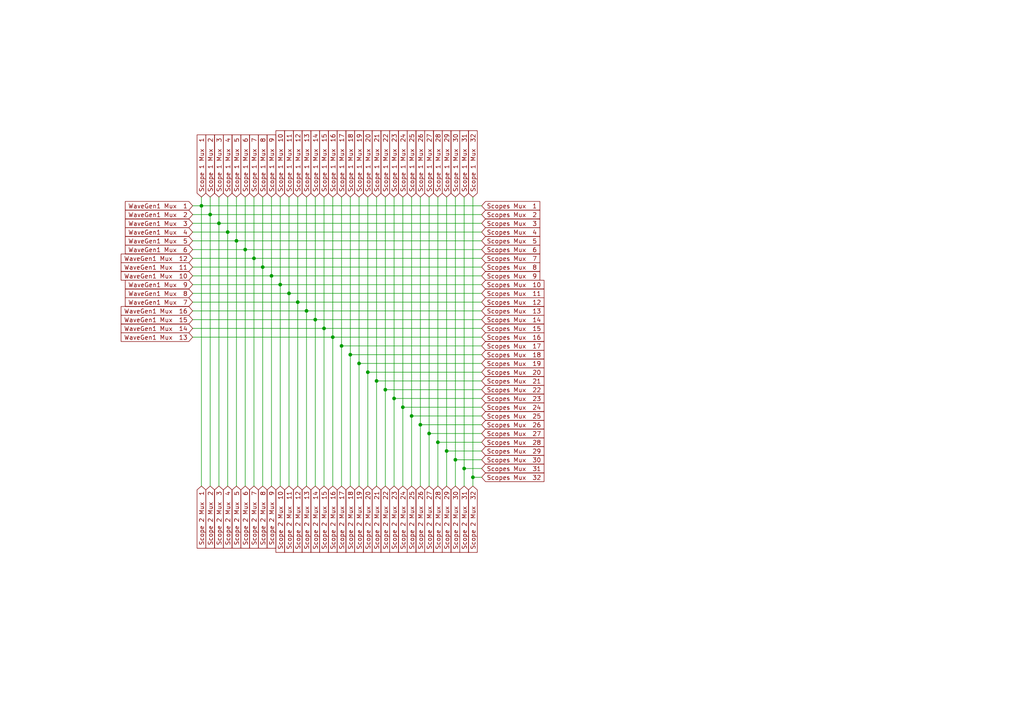
<source format=kicad_sch>
(kicad_sch
	(version 20250114)
	(generator "eeschema")
	(generator_version "9.0")
	(uuid "68d7dac2-f246-44dc-a2c8-8d69d4111fae")
	(paper "A4")
	(title_block
		(title "SCuM Observatory")
		(date "2025-03-21")
		(rev "2")
		(company "West Lab")
	)
	(lib_symbols)
	(junction
		(at 78.74 80.01)
		(diameter 0)
		(color 0 0 0 0)
		(uuid "09f61539-95f9-4c82-944c-47a71ef5d423")
	)
	(junction
		(at 93.98 95.25)
		(diameter 0)
		(color 0 0 0 0)
		(uuid "1a3c1553-fb87-4e5b-a019-6fe1668d3196")
	)
	(junction
		(at 119.38 120.65)
		(diameter 0)
		(color 0 0 0 0)
		(uuid "1c1a8ccf-fd63-4572-94ff-139c70e4e283")
	)
	(junction
		(at 127 128.27)
		(diameter 0)
		(color 0 0 0 0)
		(uuid "31f98710-8744-41b3-87b2-89ddd1811d93")
	)
	(junction
		(at 109.22 110.49)
		(diameter 0)
		(color 0 0 0 0)
		(uuid "3279e119-189e-4bb7-a239-4a1b657efffe")
	)
	(junction
		(at 132.08 133.35)
		(diameter 0)
		(color 0 0 0 0)
		(uuid "45622882-d0d2-4d44-a4b6-4fa2d73e9619")
	)
	(junction
		(at 91.44 92.71)
		(diameter 0)
		(color 0 0 0 0)
		(uuid "4ce35c83-c09c-4656-8831-f87e4ddf5389")
	)
	(junction
		(at 63.5 64.77)
		(diameter 0)
		(color 0 0 0 0)
		(uuid "5a01a34d-e8ab-4d9d-913c-df67f2841ac5")
	)
	(junction
		(at 129.54 130.81)
		(diameter 0)
		(color 0 0 0 0)
		(uuid "654b213b-94a9-4064-b522-2b56c4775236")
	)
	(junction
		(at 101.6 102.87)
		(diameter 0)
		(color 0 0 0 0)
		(uuid "7545072a-7b11-4ee0-b6f6-895a9eb78eb5")
	)
	(junction
		(at 71.12 72.39)
		(diameter 0)
		(color 0 0 0 0)
		(uuid "76368bd2-ea06-4762-b57b-e7f223caee51")
	)
	(junction
		(at 81.28 82.55)
		(diameter 0)
		(color 0 0 0 0)
		(uuid "77f23f99-de9c-427a-bcf0-eaa23a477adb")
	)
	(junction
		(at 68.58 69.85)
		(diameter 0)
		(color 0 0 0 0)
		(uuid "87d528cf-b07b-41d4-8d13-ffa6ce14266f")
	)
	(junction
		(at 73.66 74.93)
		(diameter 0)
		(color 0 0 0 0)
		(uuid "886d75ea-cb1a-4d41-b741-c7be5041ea73")
	)
	(junction
		(at 124.46 125.73)
		(diameter 0)
		(color 0 0 0 0)
		(uuid "97043169-d998-4317-9eac-92429db0c706")
	)
	(junction
		(at 83.82 85.09)
		(diameter 0)
		(color 0 0 0 0)
		(uuid "9c9f8189-0b13-4af7-b6ca-2f3671254d01")
	)
	(junction
		(at 58.42 59.69)
		(diameter 0)
		(color 0 0 0 0)
		(uuid "a60372da-f2b0-47d8-a389-0b144558d53b")
	)
	(junction
		(at 121.92 123.19)
		(diameter 0)
		(color 0 0 0 0)
		(uuid "a73a13d7-676a-4c8a-803a-2881d5089c46")
	)
	(junction
		(at 137.16 138.43)
		(diameter 0)
		(color 0 0 0 0)
		(uuid "a77d665a-041f-44dc-b812-7a5eb2300b68")
	)
	(junction
		(at 76.2 77.47)
		(diameter 0)
		(color 0 0 0 0)
		(uuid "a796dfa6-e48a-4c8e-a42d-eb8426b88585")
	)
	(junction
		(at 134.62 135.89)
		(diameter 0)
		(color 0 0 0 0)
		(uuid "af791a4f-312d-4dad-8189-24a3c563b192")
	)
	(junction
		(at 99.06 100.33)
		(diameter 0)
		(color 0 0 0 0)
		(uuid "b4b980fe-ba81-4a93-bb0f-aa4b4628937d")
	)
	(junction
		(at 104.14 105.41)
		(diameter 0)
		(color 0 0 0 0)
		(uuid "b7eb165a-c7f6-47f1-9198-13e40674b487")
	)
	(junction
		(at 60.96 62.23)
		(diameter 0)
		(color 0 0 0 0)
		(uuid "b86ef9d5-4dd4-4c5d-b572-2cccf663bea0")
	)
	(junction
		(at 86.36 87.63)
		(diameter 0)
		(color 0 0 0 0)
		(uuid "d25aacb0-7b6f-4e14-bb86-85b889c039f8")
	)
	(junction
		(at 96.52 97.79)
		(diameter 0)
		(color 0 0 0 0)
		(uuid "d7580782-5844-415d-9786-5fcff1892264")
	)
	(junction
		(at 106.68 107.95)
		(diameter 0)
		(color 0 0 0 0)
		(uuid "e4e952a9-a410-4a16-8ddb-6a830cededba")
	)
	(junction
		(at 111.76 113.03)
		(diameter 0)
		(color 0 0 0 0)
		(uuid "e8f35afe-3ae4-4bae-9fe1-b31e59e5ba20")
	)
	(junction
		(at 66.04 67.31)
		(diameter 0)
		(color 0 0 0 0)
		(uuid "ec88a05b-963a-4764-919a-8dea875c3258")
	)
	(junction
		(at 114.3 115.57)
		(diameter 0)
		(color 0 0 0 0)
		(uuid "edb73d55-19f9-4daa-9294-ea7b14069013")
	)
	(junction
		(at 88.9 90.17)
		(diameter 0)
		(color 0 0 0 0)
		(uuid "eeaf3ea7-d0cb-417e-8500-c79be5eb8ca8")
	)
	(junction
		(at 116.84 118.11)
		(diameter 0)
		(color 0 0 0 0)
		(uuid "ff353137-3606-484c-a6ce-b648e96b0daa")
	)
	(wire
		(pts
			(xy 101.6 102.87) (xy 139.7 102.87)
		)
		(stroke
			(width 0)
			(type default)
		)
		(uuid "01c2b896-9aa6-40ef-80a9-6cf9ea5ba1e2")
	)
	(wire
		(pts
			(xy 76.2 140.97) (xy 76.2 77.47)
		)
		(stroke
			(width 0)
			(type default)
		)
		(uuid "024ad095-ee37-40c2-aefb-545565644182")
	)
	(wire
		(pts
			(xy 132.08 133.35) (xy 132.08 57.15)
		)
		(stroke
			(width 0)
			(type default)
		)
		(uuid "059d6c32-9936-4457-8341-e2fe1527d86c")
	)
	(wire
		(pts
			(xy 55.88 87.63) (xy 86.36 87.63)
		)
		(stroke
			(width 0)
			(type default)
		)
		(uuid "0712b43b-e4ac-4c06-b9a6-6e12a9cbf5be")
	)
	(wire
		(pts
			(xy 55.88 72.39) (xy 71.12 72.39)
		)
		(stroke
			(width 0)
			(type default)
		)
		(uuid "091bda38-37f2-4494-9e56-7548b1dc4a11")
	)
	(wire
		(pts
			(xy 91.44 92.71) (xy 139.7 92.71)
		)
		(stroke
			(width 0)
			(type default)
		)
		(uuid "0bb61233-ef51-425b-b955-23d5c0bed83f")
	)
	(wire
		(pts
			(xy 55.88 80.01) (xy 78.74 80.01)
		)
		(stroke
			(width 0)
			(type default)
		)
		(uuid "0e3db959-5697-4670-aca5-9a1122497533")
	)
	(wire
		(pts
			(xy 93.98 95.25) (xy 93.98 57.15)
		)
		(stroke
			(width 0)
			(type default)
		)
		(uuid "13b444b7-bbd1-4d36-9875-4430aa8539b9")
	)
	(wire
		(pts
			(xy 96.52 97.79) (xy 96.52 57.15)
		)
		(stroke
			(width 0)
			(type default)
		)
		(uuid "151fc9f9-5978-4341-8a90-1c9cc7f471f9")
	)
	(wire
		(pts
			(xy 119.38 120.65) (xy 119.38 57.15)
		)
		(stroke
			(width 0)
			(type default)
		)
		(uuid "17cff609-63f1-4f70-9f42-29a1c43695a3")
	)
	(wire
		(pts
			(xy 132.08 133.35) (xy 132.08 140.97)
		)
		(stroke
			(width 0)
			(type default)
		)
		(uuid "1884d32d-e817-491e-b6d4-32a731a9e235")
	)
	(wire
		(pts
			(xy 55.88 82.55) (xy 81.28 82.55)
		)
		(stroke
			(width 0)
			(type default)
		)
		(uuid "1aba932d-9072-455f-8496-3f7713b40dfc")
	)
	(wire
		(pts
			(xy 106.68 107.95) (xy 139.7 107.95)
		)
		(stroke
			(width 0)
			(type default)
		)
		(uuid "1bda1e6f-0aef-44af-b947-40a80fbece74")
	)
	(wire
		(pts
			(xy 78.74 80.01) (xy 78.74 140.97)
		)
		(stroke
			(width 0)
			(type default)
		)
		(uuid "1e8e37f4-11bd-45ea-ab7e-aa4e269242f1")
	)
	(wire
		(pts
			(xy 55.88 64.77) (xy 63.5 64.77)
		)
		(stroke
			(width 0)
			(type default)
		)
		(uuid "20708f4e-345c-4d22-bd2e-d47f0659beaf")
	)
	(wire
		(pts
			(xy 129.54 130.81) (xy 129.54 140.97)
		)
		(stroke
			(width 0)
			(type default)
		)
		(uuid "20d51760-604f-4b4a-8141-230e70459848")
	)
	(wire
		(pts
			(xy 134.62 135.89) (xy 139.7 135.89)
		)
		(stroke
			(width 0)
			(type default)
		)
		(uuid "23e618d0-bcdf-463e-ad97-85685fafa1b8")
	)
	(wire
		(pts
			(xy 93.98 95.25) (xy 139.7 95.25)
		)
		(stroke
			(width 0)
			(type default)
		)
		(uuid "2b8ea292-8325-4b47-a6ae-7c847895c6a2")
	)
	(wire
		(pts
			(xy 73.66 74.93) (xy 139.7 74.93)
		)
		(stroke
			(width 0)
			(type default)
		)
		(uuid "2c46a438-d4ca-4730-ab72-127805f2ca6a")
	)
	(wire
		(pts
			(xy 109.22 110.49) (xy 109.22 140.97)
		)
		(stroke
			(width 0)
			(type default)
		)
		(uuid "2c84a689-9fdb-4602-8311-2fd5e384e363")
	)
	(wire
		(pts
			(xy 83.82 85.09) (xy 83.82 140.97)
		)
		(stroke
			(width 0)
			(type default)
		)
		(uuid "2ee7c4d9-51e2-4649-96a5-a666fb2ae553")
	)
	(wire
		(pts
			(xy 114.3 115.57) (xy 139.7 115.57)
		)
		(stroke
			(width 0)
			(type default)
		)
		(uuid "2f1e733a-6582-4c5c-a568-d6c3e0659b88")
	)
	(wire
		(pts
			(xy 55.88 69.85) (xy 68.58 69.85)
		)
		(stroke
			(width 0)
			(type default)
		)
		(uuid "2fc8054d-848e-4615-a571-560812724697")
	)
	(wire
		(pts
			(xy 63.5 64.77) (xy 139.7 64.77)
		)
		(stroke
			(width 0)
			(type default)
		)
		(uuid "30578df7-fa26-4a16-b4c7-60f9060fa67c")
	)
	(wire
		(pts
			(xy 55.88 90.17) (xy 88.9 90.17)
		)
		(stroke
			(width 0)
			(type default)
		)
		(uuid "30ad3862-bacf-4861-96d9-d7504d0fa35f")
	)
	(wire
		(pts
			(xy 104.14 105.41) (xy 139.7 105.41)
		)
		(stroke
			(width 0)
			(type default)
		)
		(uuid "366d3f27-4c9e-42af-ab3c-096380994fc4")
	)
	(wire
		(pts
			(xy 71.12 72.39) (xy 71.12 140.97)
		)
		(stroke
			(width 0)
			(type default)
		)
		(uuid "38e1c616-4def-45af-99fd-325df8f6c677")
	)
	(wire
		(pts
			(xy 109.22 110.49) (xy 139.7 110.49)
		)
		(stroke
			(width 0)
			(type default)
		)
		(uuid "39c7272d-de34-4c79-8b2d-97796b1d6ca2")
	)
	(wire
		(pts
			(xy 96.52 97.79) (xy 139.7 97.79)
		)
		(stroke
			(width 0)
			(type default)
		)
		(uuid "3c5e47db-88af-47a5-804b-ea5fc0d12dc9")
	)
	(wire
		(pts
			(xy 58.42 59.69) (xy 139.7 59.69)
		)
		(stroke
			(width 0)
			(type default)
		)
		(uuid "3dfae116-37c0-4444-930f-6b32cded82d8")
	)
	(wire
		(pts
			(xy 58.42 59.69) (xy 58.42 140.97)
		)
		(stroke
			(width 0)
			(type default)
		)
		(uuid "3e036365-28c7-4b59-b4dc-4bea777abfcc")
	)
	(wire
		(pts
			(xy 114.3 115.57) (xy 114.3 140.97)
		)
		(stroke
			(width 0)
			(type default)
		)
		(uuid "401c754e-4224-4aa9-9350-915ee4ae9152")
	)
	(wire
		(pts
			(xy 73.66 74.93) (xy 73.66 57.15)
		)
		(stroke
			(width 0)
			(type default)
		)
		(uuid "41fd38a2-edab-4e41-8cd1-bcd9a7758756")
	)
	(wire
		(pts
			(xy 119.38 120.65) (xy 119.38 140.97)
		)
		(stroke
			(width 0)
			(type default)
		)
		(uuid "4459ef91-e95a-45d5-b080-2186f59c5d11")
	)
	(wire
		(pts
			(xy 132.08 133.35) (xy 139.7 133.35)
		)
		(stroke
			(width 0)
			(type default)
		)
		(uuid "4af37541-2a54-41df-af95-099995f48042")
	)
	(wire
		(pts
			(xy 58.42 57.15) (xy 58.42 59.69)
		)
		(stroke
			(width 0)
			(type default)
		)
		(uuid "522f6084-04cb-4f2d-81f7-983d2ed557ed")
	)
	(wire
		(pts
			(xy 101.6 57.15) (xy 101.6 102.87)
		)
		(stroke
			(width 0)
			(type default)
		)
		(uuid "523630b1-3d73-4fc0-a055-d92acfd33303")
	)
	(wire
		(pts
			(xy 76.2 77.47) (xy 76.2 57.15)
		)
		(stroke
			(width 0)
			(type default)
		)
		(uuid "526fba01-c35a-40d2-8b72-6ea07e34d7cf")
	)
	(wire
		(pts
			(xy 111.76 113.03) (xy 139.7 113.03)
		)
		(stroke
			(width 0)
			(type default)
		)
		(uuid "556b3cb2-5a31-4c0a-91a4-e2488c066f65")
	)
	(wire
		(pts
			(xy 63.5 64.77) (xy 63.5 140.97)
		)
		(stroke
			(width 0)
			(type default)
		)
		(uuid "5698d37d-c419-4dd7-b9bb-6da8b20edf72")
	)
	(wire
		(pts
			(xy 55.88 74.93) (xy 73.66 74.93)
		)
		(stroke
			(width 0)
			(type default)
		)
		(uuid "569bdd3a-f49b-4cf7-8643-9cac4c1b4153")
	)
	(wire
		(pts
			(xy 55.88 92.71) (xy 91.44 92.71)
		)
		(stroke
			(width 0)
			(type default)
		)
		(uuid "5722bd68-305e-4279-834a-c4788f43df8b")
	)
	(wire
		(pts
			(xy 99.06 100.33) (xy 139.7 100.33)
		)
		(stroke
			(width 0)
			(type default)
		)
		(uuid "59e3010d-212c-4810-9e0e-5dde1926fc09")
	)
	(wire
		(pts
			(xy 127 128.27) (xy 139.7 128.27)
		)
		(stroke
			(width 0)
			(type default)
		)
		(uuid "59f68b9d-373d-4765-8292-e20da80cb291")
	)
	(wire
		(pts
			(xy 55.88 95.25) (xy 93.98 95.25)
		)
		(stroke
			(width 0)
			(type default)
		)
		(uuid "5bc04564-4c12-4caa-aad8-ffa062d0afef")
	)
	(wire
		(pts
			(xy 88.9 90.17) (xy 139.7 90.17)
		)
		(stroke
			(width 0)
			(type default)
		)
		(uuid "5da8664d-7e4b-41b1-b45e-5b2116d764db")
	)
	(wire
		(pts
			(xy 88.9 90.17) (xy 88.9 57.15)
		)
		(stroke
			(width 0)
			(type default)
		)
		(uuid "5e2671c0-65d5-45a6-89b6-a4d01b1bce1b")
	)
	(wire
		(pts
			(xy 63.5 64.77) (xy 63.5 57.15)
		)
		(stroke
			(width 0)
			(type default)
		)
		(uuid "680123e2-23f2-4f31-a1ef-83d24d496a92")
	)
	(wire
		(pts
			(xy 83.82 85.09) (xy 139.7 85.09)
		)
		(stroke
			(width 0)
			(type default)
		)
		(uuid "6bcd157d-8328-490e-b247-bd25a7506770")
	)
	(wire
		(pts
			(xy 121.92 123.19) (xy 121.92 140.97)
		)
		(stroke
			(width 0)
			(type default)
		)
		(uuid "6c2c6754-b51e-49a6-bb8d-529bd60b58fe")
	)
	(wire
		(pts
			(xy 66.04 67.31) (xy 66.04 57.15)
		)
		(stroke
			(width 0)
			(type default)
		)
		(uuid "6d00daf3-70f8-47f4-9a07-7b968f7fe8c1")
	)
	(wire
		(pts
			(xy 55.88 59.69) (xy 58.42 59.69)
		)
		(stroke
			(width 0)
			(type default)
		)
		(uuid "6ddbfc7b-805b-4ba1-9b4d-3acbad121225")
	)
	(wire
		(pts
			(xy 109.22 110.49) (xy 109.22 57.15)
		)
		(stroke
			(width 0)
			(type default)
		)
		(uuid "6ee51ce6-6a5f-4227-9e49-ccfd2830589c")
	)
	(wire
		(pts
			(xy 88.9 90.17) (xy 88.9 140.97)
		)
		(stroke
			(width 0)
			(type default)
		)
		(uuid "7109cfa3-7286-4969-a43c-7df63137ad4f")
	)
	(wire
		(pts
			(xy 134.62 135.89) (xy 134.62 57.15)
		)
		(stroke
			(width 0)
			(type default)
		)
		(uuid "72fc0ce7-678c-4886-9428-1d3317158ac7")
	)
	(wire
		(pts
			(xy 114.3 115.57) (xy 114.3 57.15)
		)
		(stroke
			(width 0)
			(type default)
		)
		(uuid "74344202-2882-42f5-9f3b-566be05f3683")
	)
	(wire
		(pts
			(xy 137.16 138.43) (xy 137.16 140.97)
		)
		(stroke
			(width 0)
			(type default)
		)
		(uuid "7515a3ce-1815-46b8-8bc2-b93b5538f45d")
	)
	(wire
		(pts
			(xy 111.76 113.03) (xy 111.76 140.97)
		)
		(stroke
			(width 0)
			(type default)
		)
		(uuid "7960e3a9-413d-4b1a-a193-5fb091a3a97a")
	)
	(wire
		(pts
			(xy 78.74 80.01) (xy 139.7 80.01)
		)
		(stroke
			(width 0)
			(type default)
		)
		(uuid "7be72fbf-5d65-47ea-abca-888973fa9bb5")
	)
	(wire
		(pts
			(xy 91.44 92.71) (xy 91.44 57.15)
		)
		(stroke
			(width 0)
			(type default)
		)
		(uuid "7d06436b-88e8-4298-aadc-e6e73662f842")
	)
	(wire
		(pts
			(xy 116.84 118.11) (xy 116.84 140.97)
		)
		(stroke
			(width 0)
			(type default)
		)
		(uuid "7df867dd-cb74-4b27-901b-34652ae9022f")
	)
	(wire
		(pts
			(xy 86.36 87.63) (xy 86.36 140.97)
		)
		(stroke
			(width 0)
			(type default)
		)
		(uuid "806dfe49-f6cd-4e4d-bd75-662c19c580a9")
	)
	(wire
		(pts
			(xy 104.14 105.41) (xy 104.14 140.97)
		)
		(stroke
			(width 0)
			(type default)
		)
		(uuid "84255de7-d361-49e7-b4aa-44b338a2d1f0")
	)
	(wire
		(pts
			(xy 127 128.27) (xy 127 57.15)
		)
		(stroke
			(width 0)
			(type default)
		)
		(uuid "864d4ed1-ab9f-4b83-9969-577076ea424a")
	)
	(wire
		(pts
			(xy 60.96 62.23) (xy 60.96 57.15)
		)
		(stroke
			(width 0)
			(type default)
		)
		(uuid "86d91b94-fb13-405a-a22f-299c6c89318d")
	)
	(wire
		(pts
			(xy 81.28 82.55) (xy 81.28 140.97)
		)
		(stroke
			(width 0)
			(type default)
		)
		(uuid "894c813f-7abd-4026-85dc-2d38784172c0")
	)
	(wire
		(pts
			(xy 81.28 82.55) (xy 139.7 82.55)
		)
		(stroke
			(width 0)
			(type default)
		)
		(uuid "8a4686c6-7287-4e43-b97c-8ee04eff5ed9")
	)
	(wire
		(pts
			(xy 116.84 118.11) (xy 116.84 57.15)
		)
		(stroke
			(width 0)
			(type default)
		)
		(uuid "94ad82cf-ed80-42f7-921f-2c51de3620aa")
	)
	(wire
		(pts
			(xy 66.04 67.31) (xy 66.04 140.97)
		)
		(stroke
			(width 0)
			(type default)
		)
		(uuid "95d72c36-3a91-469a-8eb8-46cc34f42a8e")
	)
	(wire
		(pts
			(xy 93.98 95.25) (xy 93.98 140.97)
		)
		(stroke
			(width 0)
			(type default)
		)
		(uuid "961578bc-4a49-477d-a749-055115be86fa")
	)
	(wire
		(pts
			(xy 129.54 130.81) (xy 129.54 57.15)
		)
		(stroke
			(width 0)
			(type default)
		)
		(uuid "9ab733fb-e78d-4ba6-a671-9e82c8c629e1")
	)
	(wire
		(pts
			(xy 71.12 72.39) (xy 71.12 57.15)
		)
		(stroke
			(width 0)
			(type default)
		)
		(uuid "9f486b70-c003-41ec-a93d-d4b87f7fb394")
	)
	(wire
		(pts
			(xy 129.54 130.81) (xy 139.7 130.81)
		)
		(stroke
			(width 0)
			(type default)
		)
		(uuid "a308b878-56dc-4769-b483-d2df79800ce5")
	)
	(wire
		(pts
			(xy 60.96 62.23) (xy 60.96 140.97)
		)
		(stroke
			(width 0)
			(type default)
		)
		(uuid "a80e5249-4bd1-4a0e-a324-74564f3f306a")
	)
	(wire
		(pts
			(xy 83.82 85.09) (xy 83.82 57.15)
		)
		(stroke
			(width 0)
			(type default)
		)
		(uuid "ac55c821-6643-42d0-ba25-16f091df08c2")
	)
	(wire
		(pts
			(xy 68.58 69.85) (xy 68.58 140.97)
		)
		(stroke
			(width 0)
			(type default)
		)
		(uuid "b84b4a76-2cbb-4ce3-9091-e15b85a86e72")
	)
	(wire
		(pts
			(xy 68.58 69.85) (xy 68.58 57.15)
		)
		(stroke
			(width 0)
			(type default)
		)
		(uuid "bc2cc4d6-6491-4e5b-b731-b1f6866e09f4")
	)
	(wire
		(pts
			(xy 68.58 69.85) (xy 139.7 69.85)
		)
		(stroke
			(width 0)
			(type default)
		)
		(uuid "bd05a98f-c88e-486a-bd23-b5e35fb41c96")
	)
	(wire
		(pts
			(xy 55.88 85.09) (xy 83.82 85.09)
		)
		(stroke
			(width 0)
			(type default)
		)
		(uuid "bd891518-507a-424e-9f7f-070d0ec1515d")
	)
	(wire
		(pts
			(xy 86.36 87.63) (xy 139.7 87.63)
		)
		(stroke
			(width 0)
			(type default)
		)
		(uuid "be9d51ee-9499-499b-b285-9521d8071346")
	)
	(wire
		(pts
			(xy 81.28 82.55) (xy 81.28 57.15)
		)
		(stroke
			(width 0)
			(type default)
		)
		(uuid "c4839bcc-0d24-4ba4-bb30-a8e861b08e06")
	)
	(wire
		(pts
			(xy 121.92 123.19) (xy 139.7 123.19)
		)
		(stroke
			(width 0)
			(type default)
		)
		(uuid "c6ac13f8-5f3b-4441-b8a6-6fc5261a6b73")
	)
	(wire
		(pts
			(xy 124.46 125.73) (xy 139.7 125.73)
		)
		(stroke
			(width 0)
			(type default)
		)
		(uuid "c70bfd72-441e-4527-bdff-05ebcacf86db")
	)
	(wire
		(pts
			(xy 86.36 87.63) (xy 86.36 57.15)
		)
		(stroke
			(width 0)
			(type default)
		)
		(uuid "c83c6bf3-7c3f-431c-b374-0fd0cd1344dc")
	)
	(wire
		(pts
			(xy 121.92 123.19) (xy 121.92 57.15)
		)
		(stroke
			(width 0)
			(type default)
		)
		(uuid "c854bc58-6b74-4a46-882c-1ab7b1e398d3")
	)
	(wire
		(pts
			(xy 99.06 100.33) (xy 99.06 57.15)
		)
		(stroke
			(width 0)
			(type default)
		)
		(uuid "c8d4809a-6755-4b90-943c-42ba8412d0ac")
	)
	(wire
		(pts
			(xy 106.68 107.95) (xy 106.68 140.97)
		)
		(stroke
			(width 0)
			(type default)
		)
		(uuid "ca0136bb-41dc-495b-90bc-efc1117a8ae5")
	)
	(wire
		(pts
			(xy 124.46 125.73) (xy 124.46 57.15)
		)
		(stroke
			(width 0)
			(type default)
		)
		(uuid "cb753b85-31da-4d54-8352-cfc9672b00db")
	)
	(wire
		(pts
			(xy 119.38 120.65) (xy 139.7 120.65)
		)
		(stroke
			(width 0)
			(type default)
		)
		(uuid "cc699491-2e43-4476-8ab4-918259987d70")
	)
	(wire
		(pts
			(xy 55.88 62.23) (xy 60.96 62.23)
		)
		(stroke
			(width 0)
			(type default)
		)
		(uuid "cfac9250-0c1b-4237-9e30-bd2bbd9f8834")
	)
	(wire
		(pts
			(xy 104.14 105.41) (xy 104.14 57.15)
		)
		(stroke
			(width 0)
			(type default)
		)
		(uuid "d2bff74e-7b5e-46e4-8ab6-aafaaeab6cbf")
	)
	(wire
		(pts
			(xy 137.16 138.43) (xy 137.16 57.15)
		)
		(stroke
			(width 0)
			(type default)
		)
		(uuid "d53b1648-56ee-4039-a19c-24818b81935e")
	)
	(wire
		(pts
			(xy 78.74 80.01) (xy 78.74 57.15)
		)
		(stroke
			(width 0)
			(type default)
		)
		(uuid "d59632de-8d90-4fd4-8e0b-c64315cfcb8b")
	)
	(wire
		(pts
			(xy 66.04 67.31) (xy 139.7 67.31)
		)
		(stroke
			(width 0)
			(type default)
		)
		(uuid "d891c5e1-9ffb-4c6a-98c6-64c2852e7fde")
	)
	(wire
		(pts
			(xy 101.6 102.87) (xy 101.6 140.97)
		)
		(stroke
			(width 0)
			(type default)
		)
		(uuid "d89250e5-a09e-428b-a32f-5e3216ff44ff")
	)
	(wire
		(pts
			(xy 55.88 97.79) (xy 96.52 97.79)
		)
		(stroke
			(width 0)
			(type default)
		)
		(uuid "d8c658aa-87c6-465c-9451-f3ce71b15209")
	)
	(wire
		(pts
			(xy 76.2 77.47) (xy 139.7 77.47)
		)
		(stroke
			(width 0)
			(type default)
		)
		(uuid "d8dd0e8e-80b9-4108-b55b-6456273b906c")
	)
	(wire
		(pts
			(xy 137.16 138.43) (xy 139.7 138.43)
		)
		(stroke
			(width 0)
			(type default)
		)
		(uuid "daeefa7b-fdbe-437d-a47d-ed0fdd239f47")
	)
	(wire
		(pts
			(xy 73.66 74.93) (xy 73.66 140.97)
		)
		(stroke
			(width 0)
			(type default)
		)
		(uuid "dec65baa-b966-4fa9-a48c-1f63b70f48c8")
	)
	(wire
		(pts
			(xy 71.12 72.39) (xy 139.7 72.39)
		)
		(stroke
			(width 0)
			(type default)
		)
		(uuid "dfc21661-ae4c-4c92-a58e-c7eb5431d840")
	)
	(wire
		(pts
			(xy 60.96 62.23) (xy 139.7 62.23)
		)
		(stroke
			(width 0)
			(type default)
		)
		(uuid "e0766172-980a-4a38-8ab7-dbba787ead58")
	)
	(wire
		(pts
			(xy 111.76 113.03) (xy 111.76 57.15)
		)
		(stroke
			(width 0)
			(type default)
		)
		(uuid "ea438609-a36b-456e-9185-61934523882b")
	)
	(wire
		(pts
			(xy 134.62 135.89) (xy 134.62 140.97)
		)
		(stroke
			(width 0)
			(type default)
		)
		(uuid "eb159514-4a42-40b7-885d-ebb106a39594")
	)
	(wire
		(pts
			(xy 116.84 118.11) (xy 139.7 118.11)
		)
		(stroke
			(width 0)
			(type default)
		)
		(uuid "ec3afc82-b4d2-440c-8449-fbe0cc81f942")
	)
	(wire
		(pts
			(xy 106.68 107.95) (xy 106.68 57.15)
		)
		(stroke
			(width 0)
			(type default)
		)
		(uuid "ec77da9e-6983-4b17-987f-e0708109f1c9")
	)
	(wire
		(pts
			(xy 55.88 67.31) (xy 66.04 67.31)
		)
		(stroke
			(width 0)
			(type default)
		)
		(uuid "f79aa0c1-286a-4cb9-87a5-531bf5e6d656")
	)
	(wire
		(pts
			(xy 91.44 140.97) (xy 91.44 92.71)
		)
		(stroke
			(width 0)
			(type default)
		)
		(uuid "f7bd7433-2552-43b1-9b4c-c552ac6574bb")
	)
	(wire
		(pts
			(xy 99.06 100.33) (xy 99.06 140.97)
		)
		(stroke
			(width 0)
			(type default)
		)
		(uuid "fa8f2fb3-8051-488f-98d8-15159a94592f")
	)
	(wire
		(pts
			(xy 124.46 140.97) (xy 124.46 125.73)
		)
		(stroke
			(width 0)
			(type default)
		)
		(uuid "feaad2ba-a4c9-43f6-81cf-5c8cee402f42")
	)
	(wire
		(pts
			(xy 55.88 77.47) (xy 76.2 77.47)
		)
		(stroke
			(width 0)
			(type default)
		)
		(uuid "ff4b2b52-48a1-494f-b2e5-4f9b148ae66c")
	)
	(wire
		(pts
			(xy 127 128.27) (xy 127 140.97)
		)
		(stroke
			(width 0)
			(type default)
		)
		(uuid "ffa73c32-c94c-449e-a202-a99ad92406d7")
	)
	(wire
		(pts
			(xy 96.52 97.79) (xy 96.52 140.97)
		)
		(stroke
			(width 0)
			(type default)
		)
		(uuid "fffcdad1-497c-4bef-9067-01580030d247")
	)
	(global_label "Scope 1 Mux  14"
		(shape input)
		(at 91.44 57.15 90)
		(fields_autoplaced yes)
		(effects
			(font
				(size 1.27 1.27)
			)
			(justify left)
		)
		(uuid "00b2d9a1-8688-40cf-ab81-a5178971c118")
		(property "Intersheetrefs" "${INTERSHEET_REFS}"
			(at 91.44 37.3527 90)
			(effects
				(font
					(size 1.27 1.27)
				)
				(justify left)
				(hide yes)
			)
		)
	)
	(global_label "Scope 1 Mux  15"
		(shape input)
		(at 93.98 57.15 90)
		(fields_autoplaced yes)
		(effects
			(font
				(size 1.27 1.27)
			)
			(justify left)
		)
		(uuid "01d0ff02-0a3e-465a-89ba-97eb83520b7c")
		(property "Intersheetrefs" "${INTERSHEET_REFS}"
			(at 93.98 37.3527 90)
			(effects
				(font
					(size 1.27 1.27)
				)
				(justify left)
				(hide yes)
			)
		)
	)
	(global_label "Scopes Mux  27"
		(shape input)
		(at 139.7 125.73 0)
		(fields_autoplaced yes)
		(effects
			(font
				(size 1.27 1.27)
			)
			(justify left)
		)
		(uuid "03027259-8154-4e72-a05e-a326fbc75d62")
		(property "Intersheetrefs" "${INTERSHEET_REFS}"
			(at 158.3483 125.73 0)
			(effects
				(font
					(size 1.27 1.27)
				)
				(justify left)
				(hide yes)
			)
		)
	)
	(global_label "Scopes Mux  10"
		(shape input)
		(at 139.7 82.55 0)
		(fields_autoplaced yes)
		(effects
			(font
				(size 1.27 1.27)
			)
			(justify left)
		)
		(uuid "039be61e-de0c-4424-8020-b6f675218d90")
		(property "Intersheetrefs" "${INTERSHEET_REFS}"
			(at 158.3483 82.55 0)
			(effects
				(font
					(size 1.27 1.27)
				)
				(justify left)
				(hide yes)
			)
		)
	)
	(global_label "WaveGen1 Mux  7"
		(shape input)
		(at 55.88 87.63 180)
		(fields_autoplaced yes)
		(effects
			(font
				(size 1.27 1.27)
			)
			(justify right)
		)
		(uuid "04ce9d5e-d8a3-4fe5-9386-26bf379aa79e")
		(property "Intersheetrefs" "${INTERSHEET_REFS}"
			(at 35.7803 87.63 0)
			(effects
				(font
					(size 1.27 1.27)
				)
				(justify right)
				(hide yes)
			)
		)
	)
	(global_label "Scope 2 Mux  12"
		(shape input)
		(at 86.36 140.97 270)
		(fields_autoplaced yes)
		(effects
			(font
				(size 1.27 1.27)
			)
			(justify right)
		)
		(uuid "07432e60-039e-43dd-a089-392b98d672b9")
		(property "Intersheetrefs" "${INTERSHEET_REFS}"
			(at 86.36 160.7673 90)
			(effects
				(font
					(size 1.27 1.27)
				)
				(justify right)
				(hide yes)
			)
		)
	)
	(global_label "Scope 2 Mux  31"
		(shape input)
		(at 134.62 140.97 270)
		(fields_autoplaced yes)
		(effects
			(font
				(size 1.27 1.27)
			)
			(justify right)
		)
		(uuid "09153fa3-952e-482b-8b91-492567ccdf33")
		(property "Intersheetrefs" "${INTERSHEET_REFS}"
			(at 134.62 160.7673 90)
			(effects
				(font
					(size 1.27 1.27)
				)
				(justify right)
				(hide yes)
			)
		)
	)
	(global_label "WaveGen1 Mux  12"
		(shape input)
		(at 55.88 74.93 180)
		(fields_autoplaced yes)
		(effects
			(font
				(size 1.27 1.27)
			)
			(justify right)
		)
		(uuid "0c4e8784-8b50-4025-b9ed-572d692e031c")
		(property "Intersheetrefs" "${INTERSHEET_REFS}"
			(at 34.5708 74.93 0)
			(effects
				(font
					(size 1.27 1.27)
				)
				(justify right)
				(hide yes)
			)
		)
	)
	(global_label "Scope 2 Mux  5"
		(shape input)
		(at 68.58 140.97 270)
		(fields_autoplaced yes)
		(effects
			(font
				(size 1.27 1.27)
			)
			(justify right)
		)
		(uuid "0cab3ff8-237f-4d57-8814-0e9a4048ab90")
		(property "Intersheetrefs" "${INTERSHEET_REFS}"
			(at 68.58 159.5578 90)
			(effects
				(font
					(size 1.27 1.27)
				)
				(justify right)
				(hide yes)
			)
		)
	)
	(global_label "WaveGen1 Mux  9"
		(shape input)
		(at 55.88 82.55 180)
		(fields_autoplaced yes)
		(effects
			(font
				(size 1.27 1.27)
			)
			(justify right)
		)
		(uuid "1284be41-969e-4e1b-829e-ee984d9c18f9")
		(property "Intersheetrefs" "${INTERSHEET_REFS}"
			(at 35.7803 82.55 0)
			(effects
				(font
					(size 1.27 1.27)
				)
				(justify right)
				(hide yes)
			)
		)
	)
	(global_label "WaveGen1 Mux  15"
		(shape input)
		(at 55.88 92.71 180)
		(fields_autoplaced yes)
		(effects
			(font
				(size 1.27 1.27)
			)
			(justify right)
		)
		(uuid "1578b670-eb89-4400-9bd9-8f0b6731bd24")
		(property "Intersheetrefs" "${INTERSHEET_REFS}"
			(at 34.5708 92.71 0)
			(effects
				(font
					(size 1.27 1.27)
				)
				(justify right)
				(hide yes)
			)
		)
	)
	(global_label "Scope 2 Mux  17"
		(shape input)
		(at 99.06 140.97 270)
		(fields_autoplaced yes)
		(effects
			(font
				(size 1.27 1.27)
			)
			(justify right)
		)
		(uuid "1652a81d-1fe0-43ce-acf9-5012d63f6b6b")
		(property "Intersheetrefs" "${INTERSHEET_REFS}"
			(at 99.06 160.7673 90)
			(effects
				(font
					(size 1.27 1.27)
				)
				(justify right)
				(hide yes)
			)
		)
	)
	(global_label "Scopes Mux  9"
		(shape input)
		(at 139.7 80.01 0)
		(fields_autoplaced yes)
		(effects
			(font
				(size 1.27 1.27)
			)
			(justify left)
		)
		(uuid "18670028-3683-4f4b-8498-ff60326ad8fb")
		(property "Intersheetrefs" "${INTERSHEET_REFS}"
			(at 157.1388 80.01 0)
			(effects
				(font
					(size 1.27 1.27)
				)
				(justify left)
				(hide yes)
			)
		)
	)
	(global_label "Scope 2 Mux  1"
		(shape input)
		(at 58.42 140.97 270)
		(fields_autoplaced yes)
		(effects
			(font
				(size 1.27 1.27)
			)
			(justify right)
		)
		(uuid "1a3ae580-6e96-43f5-ad18-f9049b73b390")
		(property "Intersheetrefs" "${INTERSHEET_REFS}"
			(at 58.42 159.5578 90)
			(effects
				(font
					(size 1.27 1.27)
				)
				(justify right)
				(hide yes)
			)
		)
	)
	(global_label "WaveGen1 Mux  10"
		(shape input)
		(at 55.88 80.01 180)
		(fields_autoplaced yes)
		(effects
			(font
				(size 1.27 1.27)
			)
			(justify right)
		)
		(uuid "1b57a025-c34e-4f03-be4f-5b933e0376a7")
		(property "Intersheetrefs" "${INTERSHEET_REFS}"
			(at 34.5708 80.01 0)
			(effects
				(font
					(size 1.27 1.27)
				)
				(justify right)
				(hide yes)
			)
		)
	)
	(global_label "Scopes Mux  17"
		(shape input)
		(at 139.7 100.33 0)
		(fields_autoplaced yes)
		(effects
			(font
				(size 1.27 1.27)
			)
			(justify left)
		)
		(uuid "1bb1973d-e631-4e58-8cfc-8967d9d17aea")
		(property "Intersheetrefs" "${INTERSHEET_REFS}"
			(at 158.3483 100.33 0)
			(effects
				(font
					(size 1.27 1.27)
				)
				(justify left)
				(hide yes)
			)
		)
	)
	(global_label "Scopes Mux  6"
		(shape input)
		(at 139.7 72.39 0)
		(fields_autoplaced yes)
		(effects
			(font
				(size 1.27 1.27)
			)
			(justify left)
		)
		(uuid "1d0ff7f4-f0b8-4f62-aa8f-d29cedefbfd8")
		(property "Intersheetrefs" "${INTERSHEET_REFS}"
			(at 157.1388 72.39 0)
			(effects
				(font
					(size 1.27 1.27)
				)
				(justify left)
				(hide yes)
			)
		)
	)
	(global_label "Scopes Mux  32"
		(shape input)
		(at 139.7 138.43 0)
		(fields_autoplaced yes)
		(effects
			(font
				(size 1.27 1.27)
			)
			(justify left)
		)
		(uuid "20b6de7c-5a75-4dc8-9cb9-ea9d44c60264")
		(property "Intersheetrefs" "${INTERSHEET_REFS}"
			(at 158.3483 138.43 0)
			(effects
				(font
					(size 1.27 1.27)
				)
				(justify left)
				(hide yes)
			)
		)
	)
	(global_label "Scopes Mux  28"
		(shape input)
		(at 139.7 128.27 0)
		(fields_autoplaced yes)
		(effects
			(font
				(size 1.27 1.27)
			)
			(justify left)
		)
		(uuid "217fe789-52df-46a8-b6db-c19436e55c23")
		(property "Intersheetrefs" "${INTERSHEET_REFS}"
			(at 158.3483 128.27 0)
			(effects
				(font
					(size 1.27 1.27)
				)
				(justify left)
				(hide yes)
			)
		)
	)
	(global_label "Scope 1 Mux  2"
		(shape input)
		(at 60.96 57.15 90)
		(fields_autoplaced yes)
		(effects
			(font
				(size 1.27 1.27)
			)
			(justify left)
		)
		(uuid "2706ed8b-0c48-4359-8498-d4cec2801f3a")
		(property "Intersheetrefs" "${INTERSHEET_REFS}"
			(at 60.96 38.5622 90)
			(effects
				(font
					(size 1.27 1.27)
				)
				(justify left)
				(hide yes)
			)
		)
	)
	(global_label "Scope 1 Mux  21"
		(shape input)
		(at 109.22 57.15 90)
		(fields_autoplaced yes)
		(effects
			(font
				(size 1.27 1.27)
			)
			(justify left)
		)
		(uuid "3333a34c-9d15-44d7-98ef-5d957d22c846")
		(property "Intersheetrefs" "${INTERSHEET_REFS}"
			(at 109.22 37.3527 90)
			(effects
				(font
					(size 1.27 1.27)
				)
				(justify left)
				(hide yes)
			)
		)
	)
	(global_label "Scope 1 Mux  26"
		(shape input)
		(at 121.92 57.15 90)
		(fields_autoplaced yes)
		(effects
			(font
				(size 1.27 1.27)
			)
			(justify left)
		)
		(uuid "369cae7b-ee38-4655-bd01-a7a2f4f30ed9")
		(property "Intersheetrefs" "${INTERSHEET_REFS}"
			(at 121.92 37.3527 90)
			(effects
				(font
					(size 1.27 1.27)
				)
				(justify left)
				(hide yes)
			)
		)
	)
	(global_label "WaveGen1 Mux  5"
		(shape input)
		(at 55.88 69.85 180)
		(fields_autoplaced yes)
		(effects
			(font
				(size 1.27 1.27)
			)
			(justify right)
		)
		(uuid "36db9e80-d918-455c-836b-1ad192ba45c4")
		(property "Intersheetrefs" "${INTERSHEET_REFS}"
			(at 35.7803 69.85 0)
			(effects
				(font
					(size 1.27 1.27)
				)
				(justify right)
				(hide yes)
			)
		)
	)
	(global_label "Scope 1 Mux  27"
		(shape input)
		(at 124.46 57.15 90)
		(fields_autoplaced yes)
		(effects
			(font
				(size 1.27 1.27)
			)
			(justify left)
		)
		(uuid "3aa19e14-739e-4617-8443-a21a1bc5cdcf")
		(property "Intersheetrefs" "${INTERSHEET_REFS}"
			(at 124.46 37.3527 90)
			(effects
				(font
					(size 1.27 1.27)
				)
				(justify left)
				(hide yes)
			)
		)
	)
	(global_label "Scope 1 Mux  3"
		(shape input)
		(at 63.5 57.15 90)
		(fields_autoplaced yes)
		(effects
			(font
				(size 1.27 1.27)
			)
			(justify left)
		)
		(uuid "3b05da80-273d-403c-8ff2-640cffd5c1fc")
		(property "Intersheetrefs" "${INTERSHEET_REFS}"
			(at 63.5 38.5622 90)
			(effects
				(font
					(size 1.27 1.27)
				)
				(justify left)
				(hide yes)
			)
		)
	)
	(global_label "Scope 1 Mux  23"
		(shape input)
		(at 114.3 57.15 90)
		(fields_autoplaced yes)
		(effects
			(font
				(size 1.27 1.27)
			)
			(justify left)
		)
		(uuid "3bd18b06-75f5-49b8-a3bb-e8adde5cbde7")
		(property "Intersheetrefs" "${INTERSHEET_REFS}"
			(at 114.3 37.3527 90)
			(effects
				(font
					(size 1.27 1.27)
				)
				(justify left)
				(hide yes)
			)
		)
	)
	(global_label "Scopes Mux  16"
		(shape input)
		(at 139.7 97.79 0)
		(fields_autoplaced yes)
		(effects
			(font
				(size 1.27 1.27)
			)
			(justify left)
		)
		(uuid "3cc9dca5-8dce-4307-9f40-41241cffe8f1")
		(property "Intersheetrefs" "${INTERSHEET_REFS}"
			(at 158.3483 97.79 0)
			(effects
				(font
					(size 1.27 1.27)
				)
				(justify left)
				(hide yes)
			)
		)
	)
	(global_label "Scope 1 Mux  4"
		(shape input)
		(at 66.04 57.15 90)
		(fields_autoplaced yes)
		(effects
			(font
				(size 1.27 1.27)
			)
			(justify left)
		)
		(uuid "3d43d034-b2f7-44c6-8802-f9bf0fca38ee")
		(property "Intersheetrefs" "${INTERSHEET_REFS}"
			(at 66.04 38.5622 90)
			(effects
				(font
					(size 1.27 1.27)
				)
				(justify left)
				(hide yes)
			)
		)
	)
	(global_label "Scope 2 Mux  19"
		(shape input)
		(at 104.14 140.97 270)
		(fields_autoplaced yes)
		(effects
			(font
				(size 1.27 1.27)
			)
			(justify right)
		)
		(uuid "3dd01f21-ab1e-457e-942b-c32486902345")
		(property "Intersheetrefs" "${INTERSHEET_REFS}"
			(at 104.14 160.7673 90)
			(effects
				(font
					(size 1.27 1.27)
				)
				(justify right)
				(hide yes)
			)
		)
	)
	(global_label "Scopes Mux  18"
		(shape input)
		(at 139.7 102.87 0)
		(fields_autoplaced yes)
		(effects
			(font
				(size 1.27 1.27)
			)
			(justify left)
		)
		(uuid "3fd905ae-732e-4854-ba8e-7ace726cb6bc")
		(property "Intersheetrefs" "${INTERSHEET_REFS}"
			(at 158.3483 102.87 0)
			(effects
				(font
					(size 1.27 1.27)
				)
				(justify left)
				(hide yes)
			)
		)
	)
	(global_label "Scope 2 Mux  26"
		(shape input)
		(at 121.92 140.97 270)
		(fields_autoplaced yes)
		(effects
			(font
				(size 1.27 1.27)
			)
			(justify right)
		)
		(uuid "3fddf835-9e22-4bba-8eca-ef4120a22b86")
		(property "Intersheetrefs" "${INTERSHEET_REFS}"
			(at 121.92 160.7673 90)
			(effects
				(font
					(size 1.27 1.27)
				)
				(justify right)
				(hide yes)
			)
		)
	)
	(global_label "Scope 1 Mux  29"
		(shape input)
		(at 129.54 57.15 90)
		(fields_autoplaced yes)
		(effects
			(font
				(size 1.27 1.27)
			)
			(justify left)
		)
		(uuid "4322b745-64a7-46a6-bd5f-30ffadf2143f")
		(property "Intersheetrefs" "${INTERSHEET_REFS}"
			(at 129.54 37.3527 90)
			(effects
				(font
					(size 1.27 1.27)
				)
				(justify left)
				(hide yes)
			)
		)
	)
	(global_label "Scope 1 Mux  11"
		(shape input)
		(at 83.82 57.15 90)
		(fields_autoplaced yes)
		(effects
			(font
				(size 1.27 1.27)
			)
			(justify left)
		)
		(uuid "4511e98f-b0a4-439b-9f6f-75ef7d2c54dc")
		(property "Intersheetrefs" "${INTERSHEET_REFS}"
			(at 83.82 37.3527 90)
			(effects
				(font
					(size 1.27 1.27)
				)
				(justify left)
				(hide yes)
			)
		)
	)
	(global_label "Scopes Mux  24"
		(shape input)
		(at 139.7 118.11 0)
		(fields_autoplaced yes)
		(effects
			(font
				(size 1.27 1.27)
			)
			(justify left)
		)
		(uuid "45e2072a-1c3d-467f-8aa2-14b33eb71204")
		(property "Intersheetrefs" "${INTERSHEET_REFS}"
			(at 158.3483 118.11 0)
			(effects
				(font
					(size 1.27 1.27)
				)
				(justify left)
				(hide yes)
			)
		)
	)
	(global_label "Scope 1 Mux  12"
		(shape input)
		(at 86.36 57.15 90)
		(fields_autoplaced yes)
		(effects
			(font
				(size 1.27 1.27)
			)
			(justify left)
		)
		(uuid "4613dcde-c3f5-49c9-97cb-b11b8ccec3fb")
		(property "Intersheetrefs" "${INTERSHEET_REFS}"
			(at 86.36 37.3527 90)
			(effects
				(font
					(size 1.27 1.27)
				)
				(justify left)
				(hide yes)
			)
		)
	)
	(global_label "Scope 2 Mux  32"
		(shape input)
		(at 137.16 140.97 270)
		(fields_autoplaced yes)
		(effects
			(font
				(size 1.27 1.27)
			)
			(justify right)
		)
		(uuid "4b3405c5-62c0-4f05-92b0-8062cb750560")
		(property "Intersheetrefs" "${INTERSHEET_REFS}"
			(at 137.16 160.7673 90)
			(effects
				(font
					(size 1.27 1.27)
				)
				(justify right)
				(hide yes)
			)
		)
	)
	(global_label "Scope 1 Mux  10"
		(shape input)
		(at 81.28 57.15 90)
		(fields_autoplaced yes)
		(effects
			(font
				(size 1.27 1.27)
			)
			(justify left)
		)
		(uuid "4bfbf3c8-56a8-423d-97c0-aa5f4a797c2f")
		(property "Intersheetrefs" "${INTERSHEET_REFS}"
			(at 81.28 37.3527 90)
			(effects
				(font
					(size 1.27 1.27)
				)
				(justify left)
				(hide yes)
			)
		)
	)
	(global_label "Scope 1 Mux  22"
		(shape input)
		(at 111.76 57.15 90)
		(fields_autoplaced yes)
		(effects
			(font
				(size 1.27 1.27)
			)
			(justify left)
		)
		(uuid "4e587faa-c6d5-4753-baca-99a8da0c45d0")
		(property "Intersheetrefs" "${INTERSHEET_REFS}"
			(at 111.76 37.3527 90)
			(effects
				(font
					(size 1.27 1.27)
				)
				(justify left)
				(hide yes)
			)
		)
	)
	(global_label "Scopes Mux  15"
		(shape input)
		(at 139.7 95.25 0)
		(fields_autoplaced yes)
		(effects
			(font
				(size 1.27 1.27)
			)
			(justify left)
		)
		(uuid "4eceb976-c765-4126-9e73-a6343c1c0eb2")
		(property "Intersheetrefs" "${INTERSHEET_REFS}"
			(at 158.3483 95.25 0)
			(effects
				(font
					(size 1.27 1.27)
				)
				(justify left)
				(hide yes)
			)
		)
	)
	(global_label "WaveGen1 Mux  16"
		(shape input)
		(at 55.88 90.17 180)
		(fields_autoplaced yes)
		(effects
			(font
				(size 1.27 1.27)
			)
			(justify right)
		)
		(uuid "4f661be0-bfbc-4031-9424-33d818254c7b")
		(property "Intersheetrefs" "${INTERSHEET_REFS}"
			(at 34.5708 90.17 0)
			(effects
				(font
					(size 1.27 1.27)
				)
				(justify right)
				(hide yes)
			)
		)
	)
	(global_label "Scope 2 Mux  28"
		(shape input)
		(at 127 140.97 270)
		(fields_autoplaced yes)
		(effects
			(font
				(size 1.27 1.27)
			)
			(justify right)
		)
		(uuid "560fdf23-393c-427a-942a-4916c16e0cd7")
		(property "Intersheetrefs" "${INTERSHEET_REFS}"
			(at 127 160.7673 90)
			(effects
				(font
					(size 1.27 1.27)
				)
				(justify right)
				(hide yes)
			)
		)
	)
	(global_label "Scope 1 Mux  31"
		(shape input)
		(at 134.62 57.15 90)
		(fields_autoplaced yes)
		(effects
			(font
				(size 1.27 1.27)
			)
			(justify left)
		)
		(uuid "56423854-e3b4-4116-a476-48fd278d5c18")
		(property "Intersheetrefs" "${INTERSHEET_REFS}"
			(at 134.62 37.3527 90)
			(effects
				(font
					(size 1.27 1.27)
				)
				(justify left)
				(hide yes)
			)
		)
	)
	(global_label "Scope 2 Mux  21"
		(shape input)
		(at 109.22 140.97 270)
		(fields_autoplaced yes)
		(effects
			(font
				(size 1.27 1.27)
			)
			(justify right)
		)
		(uuid "59532fd4-7555-4bf0-bb28-0f4f477777c1")
		(property "Intersheetrefs" "${INTERSHEET_REFS}"
			(at 109.22 160.7673 90)
			(effects
				(font
					(size 1.27 1.27)
				)
				(justify right)
				(hide yes)
			)
		)
	)
	(global_label "Scope 1 Mux  9"
		(shape input)
		(at 78.74 57.15 90)
		(fields_autoplaced yes)
		(effects
			(font
				(size 1.27 1.27)
			)
			(justify left)
		)
		(uuid "5a0df600-8fd6-46c5-87d1-49a9d0b7d17c")
		(property "Intersheetrefs" "${INTERSHEET_REFS}"
			(at 78.74 38.5622 90)
			(effects
				(font
					(size 1.27 1.27)
				)
				(justify left)
				(hide yes)
			)
		)
	)
	(global_label "Scope 2 Mux  8"
		(shape input)
		(at 76.2 140.97 270)
		(fields_autoplaced yes)
		(effects
			(font
				(size 1.27 1.27)
			)
			(justify right)
		)
		(uuid "5ae2166f-6547-48f7-a056-78e4abce915b")
		(property "Intersheetrefs" "${INTERSHEET_REFS}"
			(at 76.2 159.5578 90)
			(effects
				(font
					(size 1.27 1.27)
				)
				(justify right)
				(hide yes)
			)
		)
	)
	(global_label "Scope 1 Mux  6"
		(shape input)
		(at 71.12 57.15 90)
		(fields_autoplaced yes)
		(effects
			(font
				(size 1.27 1.27)
			)
			(justify left)
		)
		(uuid "5d76d1b8-0f35-4752-937f-cc21c723fc45")
		(property "Intersheetrefs" "${INTERSHEET_REFS}"
			(at 71.12 38.5622 90)
			(effects
				(font
					(size 1.27 1.27)
				)
				(justify left)
				(hide yes)
			)
		)
	)
	(global_label "Scope 1 Mux  25"
		(shape input)
		(at 119.38 57.15 90)
		(fields_autoplaced yes)
		(effects
			(font
				(size 1.27 1.27)
			)
			(justify left)
		)
		(uuid "5e535ef2-1ea9-4483-a91f-803928c28ede")
		(property "Intersheetrefs" "${INTERSHEET_REFS}"
			(at 119.38 37.3527 90)
			(effects
				(font
					(size 1.27 1.27)
				)
				(justify left)
				(hide yes)
			)
		)
	)
	(global_label "Scope 2 Mux  25"
		(shape input)
		(at 119.38 140.97 270)
		(fields_autoplaced yes)
		(effects
			(font
				(size 1.27 1.27)
			)
			(justify right)
		)
		(uuid "69abdc8f-61b1-4d85-bd1d-6fb3a1ffb75c")
		(property "Intersheetrefs" "${INTERSHEET_REFS}"
			(at 119.38 160.7673 90)
			(effects
				(font
					(size 1.27 1.27)
				)
				(justify right)
				(hide yes)
			)
		)
	)
	(global_label "Scope 2 Mux  29"
		(shape input)
		(at 129.54 140.97 270)
		(fields_autoplaced yes)
		(effects
			(font
				(size 1.27 1.27)
			)
			(justify right)
		)
		(uuid "6c8e6be6-07e2-4661-8b35-bbb6700d5cf0")
		(property "Intersheetrefs" "${INTERSHEET_REFS}"
			(at 129.54 160.7673 90)
			(effects
				(font
					(size 1.27 1.27)
				)
				(justify right)
				(hide yes)
			)
		)
	)
	(global_label "Scopes Mux  21"
		(shape input)
		(at 139.7 110.49 0)
		(fields_autoplaced yes)
		(effects
			(font
				(size 1.27 1.27)
			)
			(justify left)
		)
		(uuid "6e12e05b-c6b3-4e10-804b-e9468d21401c")
		(property "Intersheetrefs" "${INTERSHEET_REFS}"
			(at 158.3483 110.49 0)
			(effects
				(font
					(size 1.27 1.27)
				)
				(justify left)
				(hide yes)
			)
		)
	)
	(global_label "Scope 2 Mux  4"
		(shape input)
		(at 66.04 140.97 270)
		(fields_autoplaced yes)
		(effects
			(font
				(size 1.27 1.27)
			)
			(justify right)
		)
		(uuid "717aebb7-ba31-426a-ab93-9880f550ff13")
		(property "Intersheetrefs" "${INTERSHEET_REFS}"
			(at 66.04 159.5578 90)
			(effects
				(font
					(size 1.27 1.27)
				)
				(justify right)
				(hide yes)
			)
		)
	)
	(global_label "Scope 2 Mux  22"
		(shape input)
		(at 111.76 140.97 270)
		(fields_autoplaced yes)
		(effects
			(font
				(size 1.27 1.27)
			)
			(justify right)
		)
		(uuid "76ca582a-8942-41e6-bbde-dfb402acb64e")
		(property "Intersheetrefs" "${INTERSHEET_REFS}"
			(at 111.76 160.7673 90)
			(effects
				(font
					(size 1.27 1.27)
				)
				(justify right)
				(hide yes)
			)
		)
	)
	(global_label "WaveGen1 Mux  1"
		(shape input)
		(at 55.88 59.69 180)
		(fields_autoplaced yes)
		(effects
			(font
				(size 1.27 1.27)
			)
			(justify right)
		)
		(uuid "77f55f04-fa8d-4db1-8a3b-a91c6d6719db")
		(property "Intersheetrefs" "${INTERSHEET_REFS}"
			(at 35.7803 59.69 0)
			(effects
				(font
					(size 1.27 1.27)
				)
				(justify right)
				(hide yes)
			)
		)
	)
	(global_label "Scope 1 Mux  8"
		(shape input)
		(at 76.2 57.15 90)
		(fields_autoplaced yes)
		(effects
			(font
				(size 1.27 1.27)
			)
			(justify left)
		)
		(uuid "782f164e-5d17-49f0-a470-c5529c3bd4ce")
		(property "Intersheetrefs" "${INTERSHEET_REFS}"
			(at 76.2 38.5622 90)
			(effects
				(font
					(size 1.27 1.27)
				)
				(justify left)
				(hide yes)
			)
		)
	)
	(global_label "Scopes Mux  12"
		(shape input)
		(at 139.7 87.63 0)
		(fields_autoplaced yes)
		(effects
			(font
				(size 1.27 1.27)
			)
			(justify left)
		)
		(uuid "7c12d564-a16e-4772-8153-febb34fb51b9")
		(property "Intersheetrefs" "${INTERSHEET_REFS}"
			(at 158.3483 87.63 0)
			(effects
				(font
					(size 1.27 1.27)
				)
				(justify left)
				(hide yes)
			)
		)
	)
	(global_label "Scope 2 Mux  11"
		(shape input)
		(at 83.82 140.97 270)
		(fields_autoplaced yes)
		(effects
			(font
				(size 1.27 1.27)
			)
			(justify right)
		)
		(uuid "8109cb89-a98f-413e-8436-a2380065297d")
		(property "Intersheetrefs" "${INTERSHEET_REFS}"
			(at 83.82 160.7673 90)
			(effects
				(font
					(size 1.27 1.27)
				)
				(justify right)
				(hide yes)
			)
		)
	)
	(global_label "Scopes Mux  20"
		(shape input)
		(at 139.7 107.95 0)
		(fields_autoplaced yes)
		(effects
			(font
				(size 1.27 1.27)
			)
			(justify left)
		)
		(uuid "81ab40c3-8215-4e8d-9ecb-b311a924a62b")
		(property "Intersheetrefs" "${INTERSHEET_REFS}"
			(at 158.3483 107.95 0)
			(effects
				(font
					(size 1.27 1.27)
				)
				(justify left)
				(hide yes)
			)
		)
	)
	(global_label "Scopes Mux  29"
		(shape input)
		(at 139.7 130.81 0)
		(fields_autoplaced yes)
		(effects
			(font
				(size 1.27 1.27)
			)
			(justify left)
		)
		(uuid "8360cfe7-7b90-4c4d-99ea-ad30ff4d2aaa")
		(property "Intersheetrefs" "${INTERSHEET_REFS}"
			(at 158.3483 130.81 0)
			(effects
				(font
					(size 1.27 1.27)
				)
				(justify left)
				(hide yes)
			)
		)
	)
	(global_label "Scope 1 Mux  24"
		(shape input)
		(at 116.84 57.15 90)
		(fields_autoplaced yes)
		(effects
			(font
				(size 1.27 1.27)
			)
			(justify left)
		)
		(uuid "84d14655-b9af-4ddd-b86e-c4501d5d0cb6")
		(property "Intersheetrefs" "${INTERSHEET_REFS}"
			(at 116.84 37.3527 90)
			(effects
				(font
					(size 1.27 1.27)
				)
				(justify left)
				(hide yes)
			)
		)
	)
	(global_label "Scope 1 Mux  20"
		(shape input)
		(at 106.68 57.15 90)
		(fields_autoplaced yes)
		(effects
			(font
				(size 1.27 1.27)
			)
			(justify left)
		)
		(uuid "8b588bea-0150-47da-9e05-0ad8437f75aa")
		(property "Intersheetrefs" "${INTERSHEET_REFS}"
			(at 106.68 37.3527 90)
			(effects
				(font
					(size 1.27 1.27)
				)
				(justify left)
				(hide yes)
			)
		)
	)
	(global_label "Scope 1 Mux  17"
		(shape input)
		(at 99.06 57.15 90)
		(fields_autoplaced yes)
		(effects
			(font
				(size 1.27 1.27)
			)
			(justify left)
		)
		(uuid "8c20293d-73d2-4fc7-99cf-ae5994100ff8")
		(property "Intersheetrefs" "${INTERSHEET_REFS}"
			(at 99.06 37.3527 90)
			(effects
				(font
					(size 1.27 1.27)
				)
				(justify left)
				(hide yes)
			)
		)
	)
	(global_label "WaveGen1 Mux  4"
		(shape input)
		(at 55.88 67.31 180)
		(fields_autoplaced yes)
		(effects
			(font
				(size 1.27 1.27)
			)
			(justify right)
		)
		(uuid "8d0d5a16-a565-47a5-ba2d-1915fd040aee")
		(property "Intersheetrefs" "${INTERSHEET_REFS}"
			(at 35.7803 67.31 0)
			(effects
				(font
					(size 1.27 1.27)
				)
				(justify right)
				(hide yes)
			)
		)
	)
	(global_label "Scopes Mux  3"
		(shape input)
		(at 139.7 64.77 0)
		(fields_autoplaced yes)
		(effects
			(font
				(size 1.27 1.27)
			)
			(justify left)
		)
		(uuid "8f4312f2-6fbd-4714-b8d8-6c66f435c16e")
		(property "Intersheetrefs" "${INTERSHEET_REFS}"
			(at 157.1388 64.77 0)
			(effects
				(font
					(size 1.27 1.27)
				)
				(justify left)
				(hide yes)
			)
		)
	)
	(global_label "Scope 2 Mux  16"
		(shape input)
		(at 96.52 140.97 270)
		(fields_autoplaced yes)
		(effects
			(font
				(size 1.27 1.27)
			)
			(justify right)
		)
		(uuid "90a4574d-f13f-4439-9386-558abcf63334")
		(property "Intersheetrefs" "${INTERSHEET_REFS}"
			(at 96.52 160.7673 90)
			(effects
				(font
					(size 1.27 1.27)
				)
				(justify right)
				(hide yes)
			)
		)
	)
	(global_label "WaveGen1 Mux  6"
		(shape input)
		(at 55.88 72.39 180)
		(fields_autoplaced yes)
		(effects
			(font
				(size 1.27 1.27)
			)
			(justify right)
		)
		(uuid "9120c3bd-9d5c-4a6d-b984-301ceb43c8dc")
		(property "Intersheetrefs" "${INTERSHEET_REFS}"
			(at 35.7803 72.39 0)
			(effects
				(font
					(size 1.27 1.27)
				)
				(justify right)
				(hide yes)
			)
		)
	)
	(global_label "Scope 2 Mux  24"
		(shape input)
		(at 116.84 140.97 270)
		(fields_autoplaced yes)
		(effects
			(font
				(size 1.27 1.27)
			)
			(justify right)
		)
		(uuid "92403f24-dd50-4d3b-890b-96cea96a1461")
		(property "Intersheetrefs" "${INTERSHEET_REFS}"
			(at 116.84 160.7673 90)
			(effects
				(font
					(size 1.27 1.27)
				)
				(justify right)
				(hide yes)
			)
		)
	)
	(global_label "WaveGen1 Mux  3"
		(shape input)
		(at 55.88 64.77 180)
		(fields_autoplaced yes)
		(effects
			(font
				(size 1.27 1.27)
			)
			(justify right)
		)
		(uuid "9408c4f0-9d43-4d30-be7f-54775c576117")
		(property "Intersheetrefs" "${INTERSHEET_REFS}"
			(at 35.7803 64.77 0)
			(effects
				(font
					(size 1.27 1.27)
				)
				(justify right)
				(hide yes)
			)
		)
	)
	(global_label "Scope 1 Mux  1"
		(shape input)
		(at 58.42 57.15 90)
		(fields_autoplaced yes)
		(effects
			(font
				(size 1.27 1.27)
			)
			(justify left)
		)
		(uuid "952073bf-ee6e-422f-a75d-40510e402148")
		(property "Intersheetrefs" "${INTERSHEET_REFS}"
			(at 58.42 38.5622 90)
			(effects
				(font
					(size 1.27 1.27)
				)
				(justify left)
				(hide yes)
			)
		)
	)
	(global_label "Scopes Mux  26"
		(shape input)
		(at 139.7 123.19 0)
		(fields_autoplaced yes)
		(effects
			(font
				(size 1.27 1.27)
			)
			(justify left)
		)
		(uuid "95f548cb-8e91-45bb-bf3c-17ef12e34e8d")
		(property "Intersheetrefs" "${INTERSHEET_REFS}"
			(at 158.3483 123.19 0)
			(effects
				(font
					(size 1.27 1.27)
				)
				(justify left)
				(hide yes)
			)
		)
	)
	(global_label "Scopes Mux  2"
		(shape input)
		(at 139.7 62.23 0)
		(fields_autoplaced yes)
		(effects
			(font
				(size 1.27 1.27)
			)
			(justify left)
		)
		(uuid "9672b7b0-1320-4d64-acba-e058d8382aac")
		(property "Intersheetrefs" "${INTERSHEET_REFS}"
			(at 157.1388 62.23 0)
			(effects
				(font
					(size 1.27 1.27)
				)
				(justify left)
				(hide yes)
			)
		)
	)
	(global_label "Scopes Mux  5"
		(shape input)
		(at 139.7 69.85 0)
		(fields_autoplaced yes)
		(effects
			(font
				(size 1.27 1.27)
			)
			(justify left)
		)
		(uuid "9bbf5d86-ead7-4f07-b288-f25de211d569")
		(property "Intersheetrefs" "${INTERSHEET_REFS}"
			(at 157.1388 69.85 0)
			(effects
				(font
					(size 1.27 1.27)
				)
				(justify left)
				(hide yes)
			)
		)
	)
	(global_label "Scope 2 Mux  3"
		(shape input)
		(at 63.5 140.97 270)
		(fields_autoplaced yes)
		(effects
			(font
				(size 1.27 1.27)
			)
			(justify right)
		)
		(uuid "9ed336b6-a6b5-42d2-94d7-bf7573bba0fe")
		(property "Intersheetrefs" "${INTERSHEET_REFS}"
			(at 63.5 159.5578 90)
			(effects
				(font
					(size 1.27 1.27)
				)
				(justify right)
				(hide yes)
			)
		)
	)
	(global_label "Scope 2 Mux  10"
		(shape input)
		(at 81.28 140.97 270)
		(fields_autoplaced yes)
		(effects
			(font
				(size 1.27 1.27)
			)
			(justify right)
		)
		(uuid "9f75359c-ae31-4a22-8b6b-65e180271dd8")
		(property "Intersheetrefs" "${INTERSHEET_REFS}"
			(at 81.28 160.7673 90)
			(effects
				(font
					(size 1.27 1.27)
				)
				(justify right)
				(hide yes)
			)
		)
	)
	(global_label "Scopes Mux  11"
		(shape input)
		(at 139.7 85.09 0)
		(fields_autoplaced yes)
		(effects
			(font
				(size 1.27 1.27)
			)
			(justify left)
		)
		(uuid "a239c758-7424-45ff-ab14-ebaf0e7a2c4f")
		(property "Intersheetrefs" "${INTERSHEET_REFS}"
			(at 158.3483 85.09 0)
			(effects
				(font
					(size 1.27 1.27)
				)
				(justify left)
				(hide yes)
			)
		)
	)
	(global_label "Scope 2 Mux  13"
		(shape input)
		(at 88.9 140.97 270)
		(fields_autoplaced yes)
		(effects
			(font
				(size 1.27 1.27)
			)
			(justify right)
		)
		(uuid "a74ab841-7eb8-4646-9acb-2eac37212188")
		(property "Intersheetrefs" "${INTERSHEET_REFS}"
			(at 88.9 160.7673 90)
			(effects
				(font
					(size 1.27 1.27)
				)
				(justify right)
				(hide yes)
			)
		)
	)
	(global_label "Scope 2 Mux  9"
		(shape input)
		(at 78.74 140.97 270)
		(fields_autoplaced yes)
		(effects
			(font
				(size 1.27 1.27)
			)
			(justify right)
		)
		(uuid "aab77c5d-0d21-43e2-97a4-9fa70de58ee5")
		(property "Intersheetrefs" "${INTERSHEET_REFS}"
			(at 78.74 159.5578 90)
			(effects
				(font
					(size 1.27 1.27)
				)
				(justify right)
				(hide yes)
			)
		)
	)
	(global_label "Scope 1 Mux  13"
		(shape input)
		(at 88.9 57.15 90)
		(fields_autoplaced yes)
		(effects
			(font
				(size 1.27 1.27)
			)
			(justify left)
		)
		(uuid "ab9e69ce-a459-4e0e-8d71-cbcc88448e3c")
		(property "Intersheetrefs" "${INTERSHEET_REFS}"
			(at 88.9 37.3527 90)
			(effects
				(font
					(size 1.27 1.27)
				)
				(justify left)
				(hide yes)
			)
		)
	)
	(global_label "Scope 1 Mux  30"
		(shape input)
		(at 132.08 57.15 90)
		(fields_autoplaced yes)
		(effects
			(font
				(size 1.27 1.27)
			)
			(justify left)
		)
		(uuid "ac605b0e-536f-4f4a-9654-6eb7e95e98f4")
		(property "Intersheetrefs" "${INTERSHEET_REFS}"
			(at 132.08 37.3527 90)
			(effects
				(font
					(size 1.27 1.27)
				)
				(justify left)
				(hide yes)
			)
		)
	)
	(global_label "Scopes Mux  1"
		(shape input)
		(at 139.7 59.69 0)
		(fields_autoplaced yes)
		(effects
			(font
				(size 1.27 1.27)
			)
			(justify left)
		)
		(uuid "afb024db-81a2-4636-9d3b-b9d8faef0d74")
		(property "Intersheetrefs" "${INTERSHEET_REFS}"
			(at 157.1388 59.69 0)
			(effects
				(font
					(size 1.27 1.27)
				)
				(justify left)
				(hide yes)
			)
		)
	)
	(global_label "Scope 2 Mux  7"
		(shape input)
		(at 73.66 140.97 270)
		(fields_autoplaced yes)
		(effects
			(font
				(size 1.27 1.27)
			)
			(justify right)
		)
		(uuid "affe86b3-5aea-41a1-9a01-fe1241f48c71")
		(property "Intersheetrefs" "${INTERSHEET_REFS}"
			(at 73.66 159.5578 90)
			(effects
				(font
					(size 1.27 1.27)
				)
				(justify right)
				(hide yes)
			)
		)
	)
	(global_label "Scope 2 Mux  30"
		(shape input)
		(at 132.08 140.97 270)
		(fields_autoplaced yes)
		(effects
			(font
				(size 1.27 1.27)
			)
			(justify right)
		)
		(uuid "b0a14bed-cf1b-4f80-8fd3-f61a430ff4d4")
		(property "Intersheetrefs" "${INTERSHEET_REFS}"
			(at 132.08 160.7673 90)
			(effects
				(font
					(size 1.27 1.27)
				)
				(justify right)
				(hide yes)
			)
		)
	)
	(global_label "Scope 1 Mux  16"
		(shape input)
		(at 96.52 57.15 90)
		(fields_autoplaced yes)
		(effects
			(font
				(size 1.27 1.27)
			)
			(justify left)
		)
		(uuid "b17494ab-b051-49ac-b567-3230d5c9deb4")
		(property "Intersheetrefs" "${INTERSHEET_REFS}"
			(at 96.52 37.3527 90)
			(effects
				(font
					(size 1.27 1.27)
				)
				(justify left)
				(hide yes)
			)
		)
	)
	(global_label "Scope 1 Mux  28"
		(shape input)
		(at 127 57.15 90)
		(fields_autoplaced yes)
		(effects
			(font
				(size 1.27 1.27)
			)
			(justify left)
		)
		(uuid "b623e276-b388-4666-8f2f-5903107dcb61")
		(property "Intersheetrefs" "${INTERSHEET_REFS}"
			(at 127 37.3527 90)
			(effects
				(font
					(size 1.27 1.27)
				)
				(justify left)
				(hide yes)
			)
		)
	)
	(global_label "Scope 2 Mux  2"
		(shape input)
		(at 60.96 140.97 270)
		(fields_autoplaced yes)
		(effects
			(font
				(size 1.27 1.27)
			)
			(justify right)
		)
		(uuid "b85da5fd-12c1-4bea-a61a-e9d3886608cb")
		(property "Intersheetrefs" "${INTERSHEET_REFS}"
			(at 60.96 159.5578 90)
			(effects
				(font
					(size 1.27 1.27)
				)
				(justify right)
				(hide yes)
			)
		)
	)
	(global_label "Scope 2 Mux  15"
		(shape input)
		(at 93.98 140.97 270)
		(fields_autoplaced yes)
		(effects
			(font
				(size 1.27 1.27)
			)
			(justify right)
		)
		(uuid "bbb48ecf-afae-4fe0-bac8-7dbed3aed7ed")
		(property "Intersheetrefs" "${INTERSHEET_REFS}"
			(at 93.98 160.7673 90)
			(effects
				(font
					(size 1.27 1.27)
				)
				(justify right)
				(hide yes)
			)
		)
	)
	(global_label "Scopes Mux  4"
		(shape input)
		(at 139.7 67.31 0)
		(fields_autoplaced yes)
		(effects
			(font
				(size 1.27 1.27)
			)
			(justify left)
		)
		(uuid "c19d6e94-f6e2-4a61-9d75-e73f2a21762b")
		(property "Intersheetrefs" "${INTERSHEET_REFS}"
			(at 157.1388 67.31 0)
			(effects
				(font
					(size 1.27 1.27)
				)
				(justify left)
				(hide yes)
			)
		)
	)
	(global_label "Scope 2 Mux  6"
		(shape input)
		(at 71.12 140.97 270)
		(fields_autoplaced yes)
		(effects
			(font
				(size 1.27 1.27)
			)
			(justify right)
		)
		(uuid "c5c80277-a5e7-456d-8dd8-bfea7ac12d36")
		(property "Intersheetrefs" "${INTERSHEET_REFS}"
			(at 71.12 159.5578 90)
			(effects
				(font
					(size 1.27 1.27)
				)
				(justify right)
				(hide yes)
			)
		)
	)
	(global_label "WaveGen1 Mux  2"
		(shape input)
		(at 55.88 62.23 180)
		(fields_autoplaced yes)
		(effects
			(font
				(size 1.27 1.27)
			)
			(justify right)
		)
		(uuid "c845b94e-ead6-4f7b-8d70-fac69994df97")
		(property "Intersheetrefs" "${INTERSHEET_REFS}"
			(at 35.7803 62.23 0)
			(effects
				(font
					(size 1.27 1.27)
				)
				(justify right)
				(hide yes)
			)
		)
	)
	(global_label "Scope 1 Mux  32"
		(shape input)
		(at 137.16 57.15 90)
		(fields_autoplaced yes)
		(effects
			(font
				(size 1.27 1.27)
			)
			(justify left)
		)
		(uuid "ca512da5-a541-422d-938f-888d17e40fb1")
		(property "Intersheetrefs" "${INTERSHEET_REFS}"
			(at 137.16 37.3527 90)
			(effects
				(font
					(size 1.27 1.27)
				)
				(justify left)
				(hide yes)
			)
		)
	)
	(global_label "Scopes Mux  30"
		(shape input)
		(at 139.7 133.35 0)
		(fields_autoplaced yes)
		(effects
			(font
				(size 1.27 1.27)
			)
			(justify left)
		)
		(uuid "ce7ea70e-0c37-4fb1-815c-655ae5ef77b5")
		(property "Intersheetrefs" "${INTERSHEET_REFS}"
			(at 158.3483 133.35 0)
			(effects
				(font
					(size 1.27 1.27)
				)
				(justify left)
				(hide yes)
			)
		)
	)
	(global_label "Scopes Mux  25"
		(shape input)
		(at 139.7 120.65 0)
		(fields_autoplaced yes)
		(effects
			(font
				(size 1.27 1.27)
			)
			(justify left)
		)
		(uuid "cecd8278-c6b9-4fac-9819-22be6778fc45")
		(property "Intersheetrefs" "${INTERSHEET_REFS}"
			(at 158.3483 120.65 0)
			(effects
				(font
					(size 1.27 1.27)
				)
				(justify left)
				(hide yes)
			)
		)
	)
	(global_label "WaveGen1 Mux  13"
		(shape input)
		(at 55.88 97.79 180)
		(fields_autoplaced yes)
		(effects
			(font
				(size 1.27 1.27)
			)
			(justify right)
		)
		(uuid "cfe97921-f660-4e93-bf0c-c6072c973088")
		(property "Intersheetrefs" "${INTERSHEET_REFS}"
			(at 34.5708 97.79 0)
			(effects
				(font
					(size 1.27 1.27)
				)
				(justify right)
				(hide yes)
			)
		)
	)
	(global_label "Scope 2 Mux  14"
		(shape input)
		(at 91.44 140.97 270)
		(fields_autoplaced yes)
		(effects
			(font
				(size 1.27 1.27)
			)
			(justify right)
		)
		(uuid "d3bd1042-bc77-4a8f-8b2f-d7b05b994e61")
		(property "Intersheetrefs" "${INTERSHEET_REFS}"
			(at 91.44 160.7673 90)
			(effects
				(font
					(size 1.27 1.27)
				)
				(justify right)
				(hide yes)
			)
		)
	)
	(global_label "WaveGen1 Mux  11"
		(shape input)
		(at 55.88 77.47 180)
		(fields_autoplaced yes)
		(effects
			(font
				(size 1.27 1.27)
			)
			(justify right)
		)
		(uuid "d8d7a243-5f58-4ff0-8afa-273876898880")
		(property "Intersheetrefs" "${INTERSHEET_REFS}"
			(at 34.5708 77.47 0)
			(effects
				(font
					(size 1.27 1.27)
				)
				(justify right)
				(hide yes)
			)
		)
	)
	(global_label "Scope 2 Mux  23"
		(shape input)
		(at 114.3 140.97 270)
		(fields_autoplaced yes)
		(effects
			(font
				(size 1.27 1.27)
			)
			(justify right)
		)
		(uuid "da4e4c84-3997-4127-97cd-9b775021acdd")
		(property "Intersheetrefs" "${INTERSHEET_REFS}"
			(at 114.3 160.7673 90)
			(effects
				(font
					(size 1.27 1.27)
				)
				(justify right)
				(hide yes)
			)
		)
	)
	(global_label "Scope 2 Mux  20"
		(shape input)
		(at 106.68 140.97 270)
		(fields_autoplaced yes)
		(effects
			(font
				(size 1.27 1.27)
			)
			(justify right)
		)
		(uuid "de587a5e-b437-43dd-a081-d36e8fe21446")
		(property "Intersheetrefs" "${INTERSHEET_REFS}"
			(at 106.68 160.7673 90)
			(effects
				(font
					(size 1.27 1.27)
				)
				(justify right)
				(hide yes)
			)
		)
	)
	(global_label "Scope 2 Mux  27"
		(shape input)
		(at 124.46 140.97 270)
		(fields_autoplaced yes)
		(effects
			(font
				(size 1.27 1.27)
			)
			(justify right)
		)
		(uuid "dea9b5bc-4f3b-49d8-92b5-1c21bbce315e")
		(property "Intersheetrefs" "${INTERSHEET_REFS}"
			(at 124.46 160.7673 90)
			(effects
				(font
					(size 1.27 1.27)
				)
				(justify right)
				(hide yes)
			)
		)
	)
	(global_label "Scopes Mux  13"
		(shape input)
		(at 139.7 90.17 0)
		(fields_autoplaced yes)
		(effects
			(font
				(size 1.27 1.27)
			)
			(justify left)
		)
		(uuid "e3d6e692-90ae-4b99-b4fa-acfeaf4ab4cb")
		(property "Intersheetrefs" "${INTERSHEET_REFS}"
			(at 158.3483 90.17 0)
			(effects
				(font
					(size 1.27 1.27)
				)
				(justify left)
				(hide yes)
			)
		)
	)
	(global_label "Scope 1 Mux  19"
		(shape input)
		(at 104.14 57.15 90)
		(fields_autoplaced yes)
		(effects
			(font
				(size 1.27 1.27)
			)
			(justify left)
		)
		(uuid "e466eb5a-c1ad-4819-9c06-125687a7c1d5")
		(property "Intersheetrefs" "${INTERSHEET_REFS}"
			(at 104.14 37.3527 90)
			(effects
				(font
					(size 1.27 1.27)
				)
				(justify left)
				(hide yes)
			)
		)
	)
	(global_label "Scopes Mux  8"
		(shape input)
		(at 139.7 77.47 0)
		(fields_autoplaced yes)
		(effects
			(font
				(size 1.27 1.27)
			)
			(justify left)
		)
		(uuid "e4d197fd-ccb5-404d-8205-b26abc4009c2")
		(property "Intersheetrefs" "${INTERSHEET_REFS}"
			(at 157.1388 77.47 0)
			(effects
				(font
					(size 1.27 1.27)
				)
				(justify left)
				(hide yes)
			)
		)
	)
	(global_label "Scopes Mux  22"
		(shape input)
		(at 139.7 113.03 0)
		(fields_autoplaced yes)
		(effects
			(font
				(size 1.27 1.27)
			)
			(justify left)
		)
		(uuid "e6cf29ab-74f0-477c-8080-a7242409f697")
		(property "Intersheetrefs" "${INTERSHEET_REFS}"
			(at 158.3483 113.03 0)
			(effects
				(font
					(size 1.27 1.27)
				)
				(justify left)
				(hide yes)
			)
		)
	)
	(global_label "Scope 1 Mux  7"
		(shape input)
		(at 73.66 57.15 90)
		(fields_autoplaced yes)
		(effects
			(font
				(size 1.27 1.27)
			)
			(justify left)
		)
		(uuid "e7cfe0c4-6ccf-42e4-a3b5-77bb16eebab5")
		(property "Intersheetrefs" "${INTERSHEET_REFS}"
			(at 73.66 38.5622 90)
			(effects
				(font
					(size 1.27 1.27)
				)
				(justify left)
				(hide yes)
			)
		)
	)
	(global_label "Scope 1 Mux  18"
		(shape input)
		(at 101.6 57.15 90)
		(fields_autoplaced yes)
		(effects
			(font
				(size 1.27 1.27)
			)
			(justify left)
		)
		(uuid "e9e48294-28e8-489a-8a0f-eb61150ecad0")
		(property "Intersheetrefs" "${INTERSHEET_REFS}"
			(at 101.6 37.3527 90)
			(effects
				(font
					(size 1.27 1.27)
				)
				(justify left)
				(hide yes)
			)
		)
	)
	(global_label "Scopes Mux  19"
		(shape input)
		(at 139.7 105.41 0)
		(fields_autoplaced yes)
		(effects
			(font
				(size 1.27 1.27)
			)
			(justify left)
		)
		(uuid "eaafd667-cc5b-44f1-8059-81962f41bc72")
		(property "Intersheetrefs" "${INTERSHEET_REFS}"
			(at 158.3483 105.41 0)
			(effects
				(font
					(size 1.27 1.27)
				)
				(justify left)
				(hide yes)
			)
		)
	)
	(global_label "Scopes Mux  31"
		(shape input)
		(at 139.7 135.89 0)
		(fields_autoplaced yes)
		(effects
			(font
				(size 1.27 1.27)
			)
			(justify left)
		)
		(uuid "ead686b9-aeb8-4f4e-a3a8-2b52cdc2cfae")
		(property "Intersheetrefs" "${INTERSHEET_REFS}"
			(at 158.3483 135.89 0)
			(effects
				(font
					(size 1.27 1.27)
				)
				(justify left)
				(hide yes)
			)
		)
	)
	(global_label "Scope 1 Mux  5"
		(shape input)
		(at 68.58 57.15 90)
		(fields_autoplaced yes)
		(effects
			(font
				(size 1.27 1.27)
			)
			(justify left)
		)
		(uuid "eb181119-08c7-4331-b4e8-3d271c4a4832")
		(property "Intersheetrefs" "${INTERSHEET_REFS}"
			(at 68.58 38.5622 90)
			(effects
				(font
					(size 1.27 1.27)
				)
				(justify left)
				(hide yes)
			)
		)
	)
	(global_label "Scopes Mux  14"
		(shape input)
		(at 139.7 92.71 0)
		(fields_autoplaced yes)
		(effects
			(font
				(size 1.27 1.27)
			)
			(justify left)
		)
		(uuid "f040c296-045c-4acc-ad3d-9b73bf003513")
		(property "Intersheetrefs" "${INTERSHEET_REFS}"
			(at 158.3483 92.71 0)
			(effects
				(font
					(size 1.27 1.27)
				)
				(justify left)
				(hide yes)
			)
		)
	)
	(global_label "Scopes Mux  7"
		(shape input)
		(at 139.7 74.93 0)
		(fields_autoplaced yes)
		(effects
			(font
				(size 1.27 1.27)
			)
			(justify left)
		)
		(uuid "f140560b-6fb6-48fe-b1da-2e78de5e9def")
		(property "Intersheetrefs" "${INTERSHEET_REFS}"
			(at 157.1388 74.93 0)
			(effects
				(font
					(size 1.27 1.27)
				)
				(justify left)
				(hide yes)
			)
		)
	)
	(global_label "WaveGen1 Mux  8"
		(shape input)
		(at 55.88 85.09 180)
		(fields_autoplaced yes)
		(effects
			(font
				(size 1.27 1.27)
			)
			(justify right)
		)
		(uuid "f46abd2c-5107-46ef-852a-486827646c9f")
		(property "Intersheetrefs" "${INTERSHEET_REFS}"
			(at 35.7803 85.09 0)
			(effects
				(font
					(size 1.27 1.27)
				)
				(justify right)
				(hide yes)
			)
		)
	)
	(global_label "WaveGen1 Mux  14"
		(shape input)
		(at 55.88 95.25 180)
		(fields_autoplaced yes)
		(effects
			(font
				(size 1.27 1.27)
			)
			(justify right)
		)
		(uuid "f4d49913-3344-4724-8084-25c7d06ae782")
		(property "Intersheetrefs" "${INTERSHEET_REFS}"
			(at 34.5708 95.25 0)
			(effects
				(font
					(size 1.27 1.27)
				)
				(justify right)
				(hide yes)
			)
		)
	)
	(global_label "Scope 2 Mux  18"
		(shape input)
		(at 101.6 140.97 270)
		(fields_autoplaced yes)
		(effects
			(font
				(size 1.27 1.27)
			)
			(justify right)
		)
		(uuid "f8984782-4cca-4555-bfde-15ef1c95a37d")
		(property "Intersheetrefs" "${INTERSHEET_REFS}"
			(at 101.6 160.7673 90)
			(effects
				(font
					(size 1.27 1.27)
				)
				(justify right)
				(hide yes)
			)
		)
	)
	(global_label "Scopes Mux  23"
		(shape input)
		(at 139.7 115.57 0)
		(fields_autoplaced yes)
		(effects
			(font
				(size 1.27 1.27)
			)
			(justify left)
		)
		(uuid "fb95ffb6-44d0-4aed-a610-2141f1ac0992")
		(property "Intersheetrefs" "${INTERSHEET_REFS}"
			(at 158.3483 115.57 0)
			(effects
				(font
					(size 1.27 1.27)
				)
				(justify left)
				(hide yes)
			)
		)
	)
)

</source>
